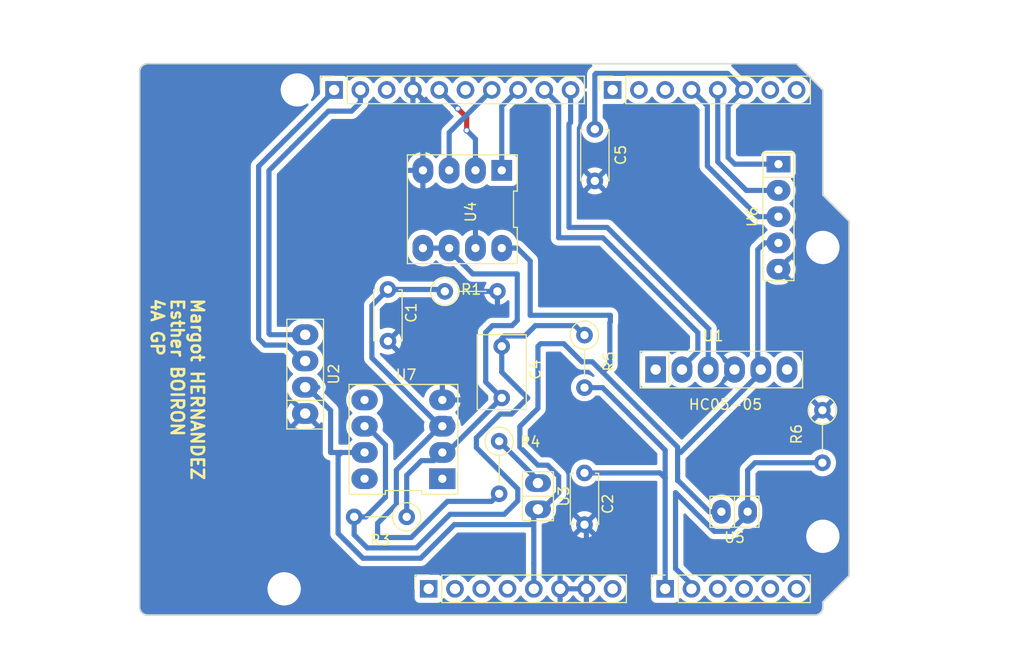
<source format=kicad_pcb>
(kicad_pcb (version 20241229) (generator "pcbnew") (generator_version "9.0")
  (title_block (date "mar. 31 mars 2015"))
  (layers (0 "F.Cu" signal) (2 "B.Cu" signal) (13 "F.Paste" user) (15 "B.Paste" user) (5 "F.SilkS" user "F.Silkscreen") (7 "B.SilkS" user "B.Silkscreen") (1 "F.Mask" user) (3 "B.Mask" user) (25 "Edge.Cuts" user))
  (net 0 "")
  (net 1 "GND")
  (net 3 "+5V")
  (net 4 "/IOREF")
  (net 5 "Net-(U7-+)")
  (net 6 "ADC")
  (net 7 "/A2")
  (net 8 "/A3")
  (net 9 "R2")
  (net 10 "Net-(U7-OUT)")
  (net 11 "CLK")
  (net 12 "SDI")
  (net 13 "/AREF")
  (net 14 "/7")
  (net 15 "SCL")
  (net 16 "CS")
  (net 17 "SCK")
  (net 18 "/TX{slash}1")
  (net 19 "RXD")
  (net 20 "SDA")
  (net 21 "TXD")
  (net 22 "/*6")
  (net 23 "/RX{slash}0")
  (net 24 "/*5")
  (net 25 "+3V3")
  (net 26 "VCC")
  (net 27 "/~{RESET}")
  (net 28 "FS")
  (net 30 "DT")
  (net 31 "SW")
  (net 32 "Net-(R4-Pad1)")
  (net 34 "/12")
  (footprint "Connector_PinSocket_2.54mm:PinSocket_1x08_P2.54mm_Vertical" (layer "F.Cu") (at 127.94 97.46 90)
    (property "Reference" "J1" (hide yes))
    (property "Value" "Power")
    (fp_line (start 1.33 -1.33) (end 1.33 0) (stroke (width 0.12)) (layer "F.SilkS"))
    (fp_line (start 0 -1.33) (end 1.33 -1.33) (stroke (width 0.12)) (layer "F.SilkS"))
    (fp_line (start 1.33 1.27) (end 1.33 19.11) (stroke (width 0.12)) (layer "F.SilkS"))
    (fp_line (start -1.33 1.27) (end 1.33 1.27) (stroke (width 0.12)) (layer "F.SilkS"))
    (fp_line (start -1.33 1.27) (end -1.33 19.11) (stroke (width 0.12)) (layer "F.SilkS"))
    (fp_line (start -1.33 19.11) (end 1.33 19.11) (stroke (width 0.12)) (layer "F.SilkS"))
    (pad "1" thru_hole rect (at 0 0 90) (size 1.7 1.7) (drill 1) (layers "*.Cu" "*.Mask"))
    (pad "2" thru_hole oval (at 0 2.54 90) (size 1.7 1.7) (drill 1) (layers "*.Cu" "*.Mask") (net 4 "/IOREF"))
    (pad "3" thru_hole oval (at 0 5.08 90) (size 1.7 1.7) (drill 1) (layers "*.Cu" "*.Mask") (net 27 "/~{RESET}"))
    (pad "4" thru_hole oval (at 0 7.62 90) (size 1.7 1.7) (drill 1) (layers "*.Cu" "*.Mask") (net 25 "+3V3"))
    (pad "5" thru_hole oval (at 0 10.16 90) (size 1.7 1.7) (drill 1) (layers "*.Cu" "*.Mask") (net 3 "+5V"))
    (pad "6" thru_hole oval (at 0 12.7 90) (size 1.7 1.7) (drill 1) (layers "*.Cu" "*.Mask") (net 1 "GND"))
    (pad "7" thru_hole oval (at 0 15.24 90) (size 1.7 1.7) (drill 1) (layers "*.Cu" "*.Mask") (net 1 "GND"))
    (pad "8" thru_hole oval (at 0 17.78 90) (size 1.7 1.7) (drill 1) (layers "*.Cu" "*.Mask") (net 26 "VCC"))
  )
  (footprint "Connector_PinSocket_2.54mm:PinSocket_1x06_P2.54mm_Vertical" (layer "F.Cu") (at 150.8 97.46 90)
    (property "Reference" "J3" (hide yes))
    (property "Value" "Analog")
    (fp_line (start 1.33 -1.33) (end 1.33 0) (stroke (width 0.12)) (layer "F.SilkS"))
    (fp_line (start 0 -1.33) (end 1.33 -1.33) (stroke (width 0.12)) (layer "F.SilkS"))
    (fp_line (start 1.33 1.27) (end 1.33 14.03) (stroke (width 0.12)) (layer "F.SilkS"))
    (fp_line (start -1.33 1.27) (end 1.33 1.27) (stroke (width 0.12)) (layer "F.SilkS"))
    (fp_line (start -1.33 1.27) (end -1.33 14.03) (stroke (width 0.12)) (layer "F.SilkS"))
    (fp_line (start -1.33 14.03) (end 1.33 14.03) (stroke (width 0.12)) (layer "F.SilkS"))
    (pad "1" thru_hole rect (at 0 0 90) (size 1.7 1.7) (drill 1) (layers "*.Cu" "*.Mask") (net 6 "ADC"))
    (pad "2" thru_hole oval (at 0 2.54 90) (size 1.7 1.7) (drill 1) (layers "*.Cu" "*.Mask") (net 28 "FS"))
    (pad "3" thru_hole oval (at 0 5.08 90) (size 1.7 1.7) (drill 1) (layers "*.Cu" "*.Mask") (net 7 "/A2"))
    (pad "4" thru_hole oval (at 0 7.62 90) (size 1.7 1.7) (drill 1) (layers "*.Cu" "*.Mask") (net 8 "/A3"))
    (pad "5" thru_hole oval (at 0 10.16 90) (size 1.7 1.7) (drill 1) (layers "*.Cu" "*.Mask") (net 20 "SDA"))
    (pad "6" thru_hole oval (at 0 12.7 90) (size 1.7 1.7) (drill 1) (layers "*.Cu" "*.Mask") (net 15 "SCL"))
  )
  (footprint "Connector_PinSocket_2.54mm:PinSocket_1x10_P2.54mm_Vertical" (layer "F.Cu") (at 118.796 49.2 90)
    (property "Reference" "J2" (hide yes))
    (property "Value" "Digital/PWM")
    (fp_line (start 1.33 -1.33) (end 1.33 0) (stroke (width 0.12)) (layer "F.SilkS"))
    (fp_line (start 0 -1.33) (end 1.33 -1.33) (stroke (width 0.12)) (layer "F.SilkS"))
    (fp_line (start 1.33 1.27) (end 1.33 24.19) (stroke (width 0.12)) (layer "F.SilkS"))
    (fp_line (start -1.33 1.27) (end 1.33 1.27) (stroke (width 0.12)) (layer "F.SilkS"))
    (fp_line (start -1.33 1.27) (end -1.33 24.19) (stroke (width 0.12)) (layer "F.SilkS"))
    (fp_line (start -1.33 24.19) (end 1.33 24.19) (stroke (width 0.12)) (layer "F.SilkS"))
    (pad "1" thru_hole rect (at 0 0 90) (size 1.7 1.7) (drill 1) (layers "*.Cu" "*.Mask") (net 15 "SCL"))
    (pad "2" thru_hole oval (at 0 2.54 90) (size 1.7 1.7) (drill 1) (layers "*.Cu" "*.Mask") (net 20 "SDA"))
    (pad "3" thru_hole oval (at 0 5.08 90) (size 1.7 1.7) (drill 1) (layers "*.Cu" "*.Mask") (net 13 "/AREF"))
    (pad "4" thru_hole oval (at 0 7.62 90) (size 1.7 1.7) (drill 1) (layers "*.Cu" "*.Mask") (net 1 "GND"))
    (pad "5" thru_hole oval (at 0 10.16 90) (size 1.7 1.7) (drill 1) (layers "*.Cu" "*.Mask") (net 17 "SCK"))
    (pad "6" thru_hole oval (at 0 12.7 90) (size 1.7 1.7) (drill 1) (layers "*.Cu" "*.Mask") (net 34 "/12"))
    (pad "7" thru_hole oval (at 0 15.24 90) (size 1.7 1.7) (drill 1) (layers "*.Cu" "*.Mask") (net 12 "SDI"))
    (pad "8" thru_hole oval (at 0 17.78 90) (size 1.7 1.7) (drill 1) (layers "*.Cu" "*.Mask") (net 16 "CS"))
    (pad "9" thru_hole oval (at 0 20.32 90) (size 1.7 1.7) (drill 1) (layers "*.Cu" "*.Mask") (net 19 "RXD"))
    (pad "10" thru_hole oval (at 0 22.86 90) (size 1.7 1.7) (drill 1) (layers "*.Cu" "*.Mask") (net 21 "TXD"))
  )
  (footprint "Connector_PinSocket_2.54mm:PinSocket_1x08_P2.54mm_Vertical" (layer "F.Cu") (at 145.72 49.2 90)
    (property "Reference" "J4" (hide yes))
    (property "Value" "Digital/PWM")
    (fp_line (start 1.33 -1.33) (end 1.33 0) (stroke (width 0.12)) (layer "F.SilkS"))
    (fp_line (start 0 -1.33) (end 1.33 -1.33) (stroke (width 0.12)) (layer "F.SilkS"))
    (fp_line (start 1.33 1.27) (end 1.33 19.11) (stroke (width 0.12)) (layer "F.SilkS"))
    (fp_line (start -1.33 1.27) (end 1.33 1.27) (stroke (width 0.12)) (layer "F.SilkS"))
    (fp_line (start -1.33 1.27) (end -1.33 19.11) (stroke (width 0.12)) (layer "F.SilkS"))
    (fp_line (start -1.33 19.11) (end 1.33 19.11) (stroke (width 0.12)) (layer "F.SilkS"))
    (pad "1" thru_hole rect (at 0 0 90) (size 1.7 1.7) (drill 1) (layers "*.Cu" "*.Mask") (net 14 "/7"))
    (pad "2" thru_hole oval (at 0 2.54 90) (size 1.7 1.7) (drill 1) (layers "*.Cu" "*.Mask") (net 22 "/*6"))
    (pad "3" thru_hole oval (at 0 5.08 90) (size 1.7 1.7) (drill 1) (layers "*.Cu" "*.Mask") (net 24 "/*5"))
    (pad "4" thru_hole oval (at 0 7.62 90) (size 1.7 1.7) (drill 1) (layers "*.Cu" "*.Mask") (net 31 "SW"))
    (pad "5" thru_hole oval (at 0 10.16 90) (size 1.7 1.7) (drill 1) (layers "*.Cu" "*.Mask") (net 30 "DT"))
    (pad "6" thru_hole oval (at 0 12.7 90) (size 1.7 1.7) (drill 1) (layers "*.Cu" "*.Mask") (net 11 "CLK"))
    (pad "7" thru_hole oval (at 0 15.24 90) (size 1.7 1.7) (drill 1) (layers "*.Cu" "*.Mask") (net 18 "/TX{slash}1"))
    (pad "8" thru_hole oval (at 0 17.78 90) (size 1.7 1.7) (drill 1) (layers "*.Cu" "*.Mask") (net 23 "/RX{slash}0"))
  )
  (footprint "librairie-empreintes:LTC1050" (layer "F.Cu") (at 125.5 83 90)
    (property "Reference" "U7" (at 6.25 0.25 0) (layer "F.SilkS"))
    (property "Value" "~")
    (fp_line (start 5.31 -5.26) (end -5.31 -5.26) (stroke (width 0.12)) (layer "F.SilkS"))
    (fp_line (start -5.31 -5.26) (end -5.31 -1.753333) (stroke (width 0.12)) (layer "F.SilkS"))
    (fp_line (start -4.95 -1.753333) (end -4.95 1.753333) (stroke (width 0.12)) (layer "F.SilkS"))
    (fp_line (start -5.31 -1.753333) (end -4.95 -1.753333) (stroke (width 0.12)) (layer "F.SilkS"))
    (fp_line (start -4.95 1.753333) (end -5.31 1.753333) (stroke (width 0.12)) (layer "F.SilkS"))
    (fp_line (start -5.31 1.753333) (end -5.31 5.26) (stroke (width 0.12)) (layer "F.SilkS"))
    (fp_line (start 5.31 5.26) (end 5.31 -5.26) (stroke (width 0.12)) (layer "F.SilkS"))
    (fp_line (start -5.31 5.26) (end 5.31 5.26) (stroke (width 0.12)) (layer "F.SilkS"))
    (pad "1" thru_hole rect (at -3.81 3.76 90) (size 2 2.54) (drill 0.8) (layers "*.Cu" "*.Mask"))
    (pad "2" thru_hole oval (at -1.27 3.76 90) (size 2 2.54) (drill 0.8) (layers "*.Cu" "*.Mask") (net 9 "R2"))
    (pad "3" thru_hole oval (at 1.27 3.76 90) (size 2 2.54) (drill 0.8) (layers "*.Cu" "*.Mask") (net 5 "Net-(U7-+)"))
    (pad "4" thru_hole oval (at 3.81 3.76 90) (size 2 2.54) (drill 0.8) (layers "*.Cu" "*.Mask") (net 1 "GND"))
    (pad "5" thru_hole oval (at 3.81 -3.76 90) (size 2 2.54) (drill 0.8) (layers "*.Cu" "*.Mask"))
    (pad "6" thru_hole oval (at 1.27 -3.76 90) (size 2 2.54) (drill 0.8) (layers "*.Cu" "*.Mask") (net 10 "Net-(U7-OUT)"))
    (pad "7" thru_hole oval (at -1.27 -3.76 90) (size 2 2.54) (drill 0.8) (layers "*.Cu" "*.Mask") (net 3 "+5V"))
    (pad "8" thru_hole oval (at -3.81 -3.76 90) (size 2 2.54) (drill 0.8) (layers "*.Cu" "*.Mask"))
  )
  (footprint "Capacitor_THT:C_Rect_L7.0mm_W4.5mm_P5.00mm" (layer "F.Cu") (at 135 79 90)
    (property "Reference" "C4" (at 2.75 3.25 90) (layer "F.SilkS"))
    (property "Value" "1u")
    (fp_line (start 6.12 -2.37) (end 6.12 2.37) (stroke (width 0.12)) (layer "F.SilkS"))
    (fp_line (start -1.12 -2.37) (end 6.12 -2.37) (stroke (width 0.12)) (layer "F.SilkS"))
    (fp_line (start -1.12 -2.37) (end -1.12 2.37) (stroke (width 0.12)) (layer "F.SilkS"))
    (fp_line (start -1.12 2.37) (end 6.12 2.37) (stroke (width 0.12)) (layer "F.SilkS"))
    (pad "1" thru_hole circle (at 0 0 90) (size 1.6 1.6) (drill 0.8) (layers "*.Cu" "*.Mask") (net 9 "R2"))
    (pad "2" thru_hole circle (at 5 0 90) (size 1.6 1.6) (drill 0.8) (layers "*.Cu" "*.Mask") (net 10 "Net-(U7-OUT)"))
  )
  (footprint "Resistor_THT:R_Axial_DIN0207_L6.3mm_D2.5mm_P5.08mm_Vertical" (layer "F.Cu") (at 129.5 68.685)
    (property "Reference" "R1" (at 2.54 -0.185 0) (layer "F.SilkS"))
    (property "Value" "100k")
    (fp_line (start 1.37 0) (end 3.98 0) (stroke (width 0.12)) (layer "F.SilkS"))
    (fp_circle (center 0 0) (end 1.37 0) (stroke (width 0.12)) (fill no) (layer "F.SilkS"))
    (pad "1" thru_hole circle (at 0 0) (size 1.6 1.6) (drill 0.8) (layers "*.Cu" "*.Mask") (net 5 "Net-(U7-+)"))
    (pad "2" thru_hole oval (at 5.08 0) (size 1.6 1.6) (drill 0.8) (layers "*.Cu" "*.Mask") (net 1 "GND"))
  )
  (footprint "librairie-empreintes:flex-sensor" (layer "F.Cu") (at 157.5 90)
    (property "Reference" "U5" (at 0 2.5 0) (layer "F.SilkS"))
    (property "Value" "~")
    (fp_line (start -2.37 -1.5) (end 2.37 -1.5) (stroke (width 0.12)) (layer "F.SilkS"))
    (fp_line (start -2.37 1.5) (end -2.37 -1.5) (stroke (width 0.12)) (layer "F.SilkS"))
    (fp_line (start 0 -1.5) (end 0 1.5) (stroke (width 0.12)) (layer "F.SilkS"))
    (fp_line (start 2.37 -1.5) (end 2.37 1.5) (stroke (width 0.12)) (layer "F.SilkS"))
    (fp_line (start 2.37 1.5) (end -2.37 1.5) (stroke (width 0.12)) (layer "F.SilkS"))
    (pad "1" thru_hole oval (at -1.27 0) (size 1.8 2.3) (drill 0.8) (layers "*.Cu" "*.Mask") (net 3 "+5V"))
    (pad "2" thru_hole oval (at 1.27 0) (size 1.8 2.3) (drill 0.8) (layers "*.Cu" "*.Mask") (net 28 "FS"))
  )
  (footprint "librairie-empreintes:HC05-05" (layer "F.Cu") (at 155.58 75.02)
    (property "Reference" "U1" (at -0.15 -2.02 0) (layer "F.SilkS"))
    (property "Value" "~")
    (fp_line (start -7.2 -0.54) (end 8.5 -0.54) (stroke (width 0.12)) (layer "F.SilkS"))
    (fp_line (start -7.2 3) (end -7.2 -0.54) (stroke (width 0.12)) (layer "F.SilkS"))
    (fp_line (start -4.43 -0.54) (end -4.43 3) (stroke (width 0.12)) (layer "F.SilkS"))
    (fp_line (start 8.5 -0.54) (end 8.5 3) (stroke (width 0.12)) (layer "F.SilkS"))
    (fp_line (start 8.5 3) (end -7.2 3) (stroke (width 0.12)) (layer "F.SilkS"))
    (fp_text user "HC05-05" (at -2.6 5.2 0) (layer "F.SilkS") (effects (justify left bottom)))
    (pad "1" thru_hole rect (at -5.7 1.23) (size 2 2.54) (drill 1) (layers "*.Cu" "*.Mask"))
    (pad "2" thru_hole oval (at -3.16 1.23) (size 2 2.54) (drill 1) (layers "*.Cu" "*.Mask") (net 19 "RXD"))
    (pad "3" thru_hole oval (at -0.62 1.23) (size 2 2.54) (drill 1) (layers "*.Cu" "*.Mask") (net 21 "TXD"))
    (pad "4" thru_hole oval (at 1.92 1.23) (size 2 2.54) (drill 1) (layers "*.Cu" "*.Mask") (net 1 "GND"))
    (pad "5" thru_hole oval (at 4.46 1.23) (size 2 2.54) (drill 1) (layers "*.Cu" "*.Mask") (net 3 "+5V"))
    (pad "6" thru_hole oval (at 7 1.23) (size 2 2.54) (drill 1) (layers "*.Cu" "*.Mask"))
  )
  (footprint "Capacitor_THT:C_Disc_D4.7mm_W2.5mm_P5.00mm" (layer "F.Cu") (at 143 86.25 -90)
    (property "Reference" "C2" (at 3 -2.25 270) (layer "F.SilkS"))
    (property "Value" "100n")
    (fp_line (start 0.03 1.37) (end 4.97 1.37) (stroke (width 0.12)) (layer "F.SilkS"))
    (fp_line (start 0.03 1.055) (end 0.03 1.37) (stroke (width 0.12)) (layer "F.SilkS"))
    (fp_line (start 4.97 1.055) (end 4.97 1.37) (stroke (width 0.12)) (layer "F.SilkS"))
    (fp_line (start 0.03 -1.37) (end 0.03 -1.055) (stroke (width 0.12)) (layer "F.SilkS"))
    (fp_line (start 0.03 -1.37) (end 4.97 -1.37) (stroke (width 0.12)) (layer "F.SilkS"))
    (fp_line (start 4.97 -1.37) (end 4.97 -1.055) (stroke (width 0.12)) (layer "F.SilkS"))
    (pad "1" thru_hole circle (at 0 0 270) (size 1.6 1.6) (drill 0.8) (layers "*.Cu" "*.Mask") (net 6 "ADC"))
    (pad "2" thru_hole circle (at 5 0 270) (size 1.6 1.6) (drill 0.8) (layers "*.Cu" "*.Mask") (net 1 "GND"))
  )
  (footprint "Arduino_MountingHole:MountingHole_3.2mm" (layer "F.Cu") (at 115.24 49.2)
    (property "Reference" "MH1" (hide yes))
    (property "Value" "MountingHole_3.2mm" (hide yes))
    (pad "" np_thru_hole circle (at 0 0) (size 3.2 3.2) (drill 3.2) (layers "*.Cu" "*.Mask"))
  )
  (footprint "Resistor_THT:R_Axial_DIN0207_L6.3mm_D2.5mm_P5.08mm_Vertical" (layer "F.Cu") (at 143 72.92 -90)
    (property "Reference" "R5" (at 2.54 -2.37 90) (layer "F.SilkS"))
    (property "Value" "1k")
    (fp_line (start 1.37 0) (end 3.98 0) (stroke (width 0.12)) (layer "F.SilkS"))
    (fp_circle (center 0 0) (end 1.37 0) (stroke (width 0.12)) (fill no) (layer "F.SilkS"))
    (pad "1" thru_hole circle (at 0 0 270) (size 1.6 1.6) (drill 0.8) (layers "*.Cu" "*.Mask") (net 10 "Net-(U7-OUT)"))
    (pad "2" thru_hole oval (at 5.08 0 270) (size 1.6 1.6) (drill 0.8) (layers "*.Cu" "*.Mask") (net 6 "ADC"))
  )
  (footprint "librairie-empreintes:MCP41050" (layer "F.Cu") (at 131.19 60.74 180)
    (property "Reference" "U4" (at -0.81 -0.26 90) (layer "F.SilkS"))
    (property "Value" "~")
    (fp_line (start 5.31 5.26) (end 5.31 -5.26) (stroke (width 0.12)) (layer "F.SilkS"))
    (fp_line (start 5.31 -5.26) (end -5.31 -5.26) (stroke (width 0.12)) (layer "F.SilkS"))
    (fp_line (start -4.95 1.753333) (end -5.31 1.753333) (stroke (width 0.12)) (layer "F.SilkS"))
    (fp_line (start -4.95 -1.753333) (end -4.95 1.753333) (stroke (width 0.12)) (layer "F.SilkS"))
    (fp_line (start -5.31 5.26) (end 5.31 5.26) (stroke (width 0.12)) (layer "F.SilkS"))
    (fp_line (start -5.31 1.753333) (end -5.31 5.26) (stroke (width 0.12)) (layer "F.SilkS"))
    (fp_line (start -5.31 -1.753333) (end -4.95 -1.753333) (stroke (width 0.12)) (layer "F.SilkS"))
    (fp_line (start -5.31 -5.26) (end -5.31 -1.753333) (stroke (width 0.12)) (layer "F.SilkS"))
    (pad "1" thru_hole rect (at -3.81 3.76 180) (size 2 2) (drill 0.8) (layers "*.Cu" "*.Mask") (net 16 "CS"))
    (pad "2" thru_hole oval (at -1.27 3.76 180) (size 2 2.54) (drill 0.8) (layers "*.Cu" "*.Mask") (net 17 "SCK"))
    (pad "3" thru_hole oval (at 1.27 3.76 180) (size 2 2.54) (drill 0.8) (layers "*.Cu" "*.Mask") (net 12 "SDI"))
    (pad "4" thru_hole oval (at 3.81 3.76 180) (size 2 2.54) (drill 0.8) (layers "*.Cu" "*.Mask") (net 1 "GND"))
    (pad "5" thru_hole oval (at 3.81 -3.76 180) (size 2 2.54) (drill 0.8) (layers "*.Cu" "*.Mask") (net 9 "R2"))
    (pad "6" thru_hole oval (at 1.27 -3.76 180) (size 2 2.54) (drill 0.8) (layers "*.Cu" "*.Mask") (net 9 "R2"))
    (pad "7" thru_hole oval (at -1.27 -3.76 180) (size 2 2.54) (drill 0.8) (layers "*.Cu" "*.Mask") (net 1 "GND"))
    (pad "8" thru_hole oval (at -3.81 -3.76 180) (size 2 2.54) (drill 0.8) (layers "*.Cu" "*.Mask") (net 3 "+5V"))
  )
  (footprint "librairie-empreintes:OLED01" (layer "F.Cu") (at 116 76.69 90)
    (property "Reference" "U2" (at 0 2.77 90) (layer "F.SilkS"))
    (property "Value" "~")
    (fp_line (start 5.31 -1.77) (end 5.31 1.77) (stroke (width 0.12)) (layer "F.SilkS"))
    (fp_line (start -2.54 -1.77) (end -2.54 1.77) (stroke (width 0.12)) (layer "F.SilkS"))
    (fp_line (start -5.31 -1.77) (end 5.31 -1.77) (stroke (width 0.12)) (layer "F.SilkS"))
    (fp_line (start 5.31 1.77) (end -5.31 1.77) (stroke (width 0.12)) (layer "F.SilkS"))
    (fp_line (start -5.31 1.77) (end -5.31 -1.77) (stroke (width 0.12)) (layer "F.SilkS"))
    (pad "1" thru_hole oval (at -3.81 0 90) (size 2 2.54) (drill 1) (layers "*.Cu" "*.Mask") (net 1 "GND"))
    (pad "2" thru_hole oval (at -1.27 0 90) (size 2 2.54) (drill 1) (layers "*.Cu" "*.Mask") (net 3 "+5V"))
    (pad "3" thru_hole oval (at 1.27 0 90) (size 2 2.54) (drill 1) (layers "*.Cu" "*.Mask") (net 15 "SCL"))
    (pad "4" thru_hole oval (at 3.81 0 90) (size 2 2.54) (drill 1) (layers "*.Cu" "*.Mask") (net 20 "SDA"))
  )
  (footprint "Resistor_THT:R_Axial_DIN0207_L6.3mm_D2.5mm_P5.08mm_Vertical" (layer "F.Cu") (at 166 80.185 -90)
    (property "Reference" "R6" (at 2.315 2.5 90) (layer "F.SilkS"))
    (property "Value" "47k")
    (fp_line (start 1.37 0) (end 3.98 0) (stroke (width 0.12)) (layer "F.SilkS"))
    (fp_circle (center 0 0) (end 1.37 0) (stroke (width 0.12)) (fill no) (layer "F.SilkS"))
    (pad "1" thru_hole circle (at 0 0 270) (size 1.6 1.6) (drill 0.8) (layers "*.Cu" "*.Mask") (net 1 "GND"))
    (pad "2" thru_hole oval (at 5.08 0 270) (size 1.6 1.6) (drill 0.8) (layers "*.Cu" "*.Mask") (net 28 "FS"))
  )
  (footprint "librairie-empreintes:graphite-sensor" (layer "F.Cu") (at 138.5 88.5 90)
    (property "Reference" "U3" (at 0 2.5 90) (layer "F.SilkS"))
    (property "Value" "~")
    (fp_line (start 2.37 -1.5) (end 2.37 1.5) (stroke (width 0.12)) (layer "F.SilkS"))
    (fp_line (start 0 -1.5) (end 0 1.5) (stroke (width 0.12)) (layer "F.SilkS"))
    (fp_line (start -2.37 -1.5) (end 2.37 -1.5) (stroke (width 0.12)) (layer "F.SilkS"))
    (fp_line (start 2.37 1.5) (end -2.37 1.5) (stroke (width 0.12)) (layer "F.SilkS"))
    (fp_line (start -2.37 1.5) (end -2.37 -1.5) (stroke (width 0.12)) (layer "F.SilkS"))
    (pad "1" thru_hole oval (at -1.27 0 90) (size 1.7 2.5) (drill 1) (layers "*.Cu" "*.Mask") (net 3 "+5V"))
    (pad "2" thru_hole oval (at 1.27 0 90) (size 1.7 2.5) (drill 1) (layers "*.Cu" "*.Mask") (net 32 "Net-(R4-Pad1)"))
  )
  (footprint "Capacitor_THT:C_Disc_D4.7mm_W2.5mm_P5.00mm" (layer "F.Cu") (at 144 53 -90)
    (property "Reference" "C5" (at 2.5 -2.5 90) (layer "F.SilkS"))
    (property "Value" "100n")
    (fp_line (start 0.03 1.37) (end 4.97 1.37) (stroke (width 0.12)) (layer "F.SilkS"))
    (fp_line (start 0.03 1.055) (end 0.03 1.37) (stroke (width 0.12)) (layer "F.SilkS"))
    (fp_line (start 4.97 1.055) (end 4.97 1.37) (stroke (width 0.12)) (layer "F.SilkS"))
    (fp_line (start 0.03 -1.37) (end 0.03 -1.055) (stroke (width 0.12)) (layer "F.SilkS"))
    (fp_line (start 0.03 -1.37) (end 4.97 -1.37) (stroke (width 0.12)) (layer "F.SilkS"))
    (fp_line (start 4.97 -1.37) (end 4.97 -1.055) (stroke (width 0.12)) (layer "F.SilkS"))
    (pad "1" thru_hole circle (at 0 0 270) (size 1.6 1.6) (drill 0.8) (layers "*.Cu" "*.Mask") (net 11 "CLK"))
    (pad "2" thru_hole circle (at 5 0 270) (size 1.6 1.6) (drill 0.8) (layers "*.Cu" "*.Mask") (net 1 "GND"))
  )
  (footprint "Resistor_THT:R_Axial_DIN0207_L6.3mm_D2.5mm_P5.08mm_Vertical" (layer "F.Cu") (at 134.75 83.185 -90)
    (property "Reference" "R4" (at 0.065 -3 180) (layer "F.SilkS"))
    (property "Value" "10k")
    (fp_line (start 1.37 0) (end 3.98 0) (stroke (width 0.12)) (layer "F.SilkS"))
    (fp_circle (center 0 0) (end 1.37 0) (stroke (width 0.12)) (fill no) (layer "F.SilkS"))
    (pad "1" thru_hole circle (at 0 0 270) (size 1.6 1.6) (drill 0.8) (layers "*.Cu" "*.Mask") (net 32 "Net-(R4-Pad1)"))
    (pad "2" thru_hole oval (at 5.08 0 270) (size 1.6 1.6) (drill 0.8) (layers "*.Cu" "*.Mask") (net 5 "Net-(U7-+)"))
  )
  (footprint "Arduino_MountingHole:MountingHole_3.2mm" (layer "F.Cu") (at 113.97 97.46)
    (property "Reference" "MH2" (hide yes))
    (property "Value" "MountingHole_3.2mm" (hide yes))
    (pad "" np_thru_hole circle (at 0 0) (size 3.2 3.2) (drill 3.2) (layers "*.Cu" "*.Mask"))
  )
  (footprint "Arduino_MountingHole:MountingHole_3.2mm" (layer "F.Cu") (at 166.04 64.44)
    (property "Reference" "MH3" (hide yes))
    (property "Value" "MountingHole_3.2mm" (hide yes))
    (pad "" np_thru_hole circle (at 0 0) (size 3.2 3.2) (drill 3.2) (layers "*.Cu" "*.Mask"))
  )
  (footprint "Capacitor_THT:C_Disc_D4.7mm_W2.5mm_P5.00mm" (layer "F.Cu") (at 124 68.5 -90)
    (property "Reference" "C1" (at 2.25 -2.25 90) (layer "F.SilkS"))
    (property "Value" "100n")
    (fp_line (start 0.03 1.37) (end 4.97 1.37) (stroke (width 0.12)) (layer "F.SilkS"))
    (fp_line (start 0.03 1.055) (end 0.03 1.37) (stroke (width 0.12)) (layer "F.SilkS"))
    (fp_line (start 4.97 1.055) (end 4.97 1.37) (stroke (width 0.12)) (layer "F.SilkS"))
    (fp_line (start 0.03 -1.37) (end 0.03 -1.055) (stroke (width 0.12)) (layer "F.SilkS"))
    (fp_line (start 0.03 -1.37) (end 4.97 -1.37) (stroke (width 0.12)) (layer "F.SilkS"))
    (fp_line (start 4.97 -1.37) (end 4.97 -1.055) (stroke (width 0.12)) (layer "F.SilkS"))
    (pad "1" thru_hole circle (at 0 0 270) (size 1.6 1.6) (drill 0.8) (layers "*.Cu" "*.Mask") (net 5 "Net-(U7-+)"))
    (pad "2" thru_hole circle (at 5 0 270) (size 1.6 1.6) (drill 0.8) (layers "*.Cu" "*.Mask") (net 1 "GND"))
  )
  (footprint "Arduino_MountingHole:MountingHole_3.2mm" (layer "F.Cu") (at 166.04 92.38)
    (property "Reference" "MH4" (hide yes))
    (property "Value" "MountingHole_3.2mm" (hide yes))
    (pad "" np_thru_hole circle (at 0 0) (size 3.2 3.2) (drill 3.2) (layers "*.Cu" "*.Mask"))
  )
  (footprint "Resistor_THT:R_Axial_DIN0207_L6.3mm_D2.5mm_P5.08mm_Vertical" (layer "F.Cu") (at 125.815 90.5 180)
    (property "Reference" "R3" (at 2.565 -2.25 0) (layer "F.SilkS"))
    (property "Value" "100k")
    (fp_line (start 1.37 0) (end 3.98 0) (stroke (width 0.12)) (layer "F.SilkS"))
    (fp_circle (center 0 0) (end 1.37 0) (stroke (width 0.12)) (fill no) (layer "F.SilkS"))
    (pad "1" thru_hole circle (at 0 0 180) (size 1.6 1.6) (drill 0.8) (layers "*.Cu" "*.Mask") (net 9 "R2"))
    (pad "2" thru_hole oval (at 5.08 0 180) (size 1.6 1.6) (drill 0.8) (layers "*.Cu" "*.Mask") (net 10 "Net-(U7-OUT)"))
  )
  (footprint "librairie-empreintes:KY-040" (layer "F.Cu") (at 161.75 61.46 -90)
    (property "Reference" "U6" (at 0 2.5 90) (layer "F.SilkS"))
    (property "Value" "~")
    (fp_line (start -6.18 1.5) (end -6.18 -1.5) (stroke (width 0.12)) (layer "F.SilkS"))
    (fp_line (start 6.18 1.5) (end -6.18 1.5) (stroke (width 0.12)) (layer "F.SilkS"))
    (fp_line (start -6.18 -1.5) (end 6.18 -1.5) (stroke (width 0.12)) (layer "F.SilkS"))
    (fp_line (start -3.81 -1.5) (end -3.81 1.5) (stroke (width 0.12)) (layer "F.SilkS"))
    (fp_line (start 6.18 -1.5) (end 6.18 1.5) (stroke (width 0.12)) (layer "F.SilkS"))
    (pad "1" thru_hole rect (at -5.08 0 270) (size 1.6 2.3) (drill 0.8) (layers "*.Cu" "*.Mask") (net 11 "CLK"))
    (pad "2" thru_hole oval (at -2.54 0 270) (size 2 2.3) (drill 0.8) (layers "*.Cu" "*.Mask") (net 30 "DT"))
    (pad "3" thru_hole oval (at 0 0 270) (size 2 2.3) (drill 0.8) (layers "*.Cu" "*.Mask") (net 31 "SW"))
    (pad "4" thru_hole oval (at 2.54 0 270) (size 2 2.3) (drill 0.8) (layers "*.Cu" "*.Mask") (net 3 "+5V"))
    (pad "5" thru_hole oval (at 5.08 0 270) (size 2 2.3) (drill 0.8) (layers "*.Cu" "*.Mask") (net 1 "GND"))
  )
  (gr_line (start 166.04 59.36) (end 168.58 61.9) (stroke (width 0.15)) (layer "Edge.Cuts"))
  (gr_line (start 100 99.238) (end 100 47.422) (stroke (width 0.15)) (layer "Edge.Cuts"))
  (gr_line (start 168.58 61.9) (end 168.58 96.19) (stroke (width 0.15)) (layer "Edge.Cuts"))
  (gr_line (start 165.278 100) (end 100.762 100) (stroke (width 0.15)) (layer "Edge.Cuts"))
  (gr_line (start 100.762 46.66) (end 163.5 46.66) (stroke (width 0.15)) (layer "Edge.Cuts"))
  (gr_arc (start 100.762 100) (mid 100.223185 99.776815) (end 100 99.238) (stroke (width 0.15)) (layer "Edge.Cuts"))
  (gr_line (start 168.58 96.19) (end 166.04 98.73) (stroke (width 0.15)) (layer "Edge.Cuts"))
  (gr_line (start 163.5 46.66) (end 166.04 49.2) (stroke (width 0.15)) (layer "Edge.Cuts"))
  (gr_arc (start 166.04 99.238) (mid 165.816815 99.776815) (end 165.278 100) (stroke (width 0.15)) (layer "Edge.Cuts"))
  (gr_line (start 166.04 49.2) (end 166.04 59.36) (stroke (width 0.15)) (layer "Edge.Cuts"))
  (gr_line (start 166.04 98.73) (end 166.04 99.238) (stroke (width 0.15)) (layer "Edge.Cuts"))
  (gr_arc (start 100 47.422) (mid 100.223185 46.883185) (end 100.762 46.66) (stroke (width 0.15)) (layer "Edge.Cuts"))
  (gr_text "Margot HERNANDEZ\nEsther BOIRON\n4A GP" (at 101 69.25 270) (layer "F.SilkS") (effects (font (size 1.2 1.2) (thickness 0.25) (bold yes)) (justify left bottom)))
  (segment (start 127.38 50.164) (end 126.416 49.2) (width 0.5) (layer "B.Cu") (net 1))
  (segment (start 127.38 56.98) (end 127.38 50.164) (width 0.5) (layer "B.Cu") (net 1))
  (segment (start 116.672 80.5) (end 116 80.5) (width 0.5) (layer "B.Cu") (net 1))
  (segment (start 143.18 91.43) (end 143 91.25) (width 0.5) (layer "B.Cu") (net 1))
  (segment (start 143.18 97.46) (end 143.18 91.43) (width 0.5) (layer "B.Cu") (net 1))
  (segment (start 152.060761 87) (end 152 87) (width 0.5) (layer "B.Cu") (net 3))
  (segment (start 121.74 84.27) (end 119.5 84.27) (width 0.5) (layer "B.Cu") (net 3))
  (segment (start 141 73.75) (end 138.752 73.75) (width 0.5) (layer "B.Cu") (net 3))
  (segment (start 138.1 91) (end 138.1 90.17) (width 0.5) (layer "B.Cu") (net 3))
  (segment (start 159.75 64.65) (end 159.75 75.96) (width 0.5) (layer "B.Cu") (net 3))
  (segment (start 156.23 90) (end 155.060761 90) (width 0.5) (layer "B.Cu") (net 3))
  (segment (start 130.413628 91.252) (end 137.848 91.252) (width 0.5) (layer "B.Cu") (net 3))
  (segment (start 138.1 95) (end 138.1 91.75) (width 0.5) (layer "B.Cu") (net 3))
  (segment (start 145.449 71.699) (end 145.449 75.801) (width 0.5) (layer "B.Cu") (net 3))
  (segment (start 145.449 71.699) (end 145.5 71.648) (width 0.5) (layer "B.Cu") (net 3))
  (segment (start 137.75 65.75) (end 136.5 64.5) (width 0.5) (layer "B.Cu") (net 3))
  (segment (start 139.434156 85.5) (end 140.501 86.566844) (width 0.5) (layer "B.Cu") (net 3))
  (segment (start 160.4 64) (end 159.75 64.65) (width 0.5) (layer "B.Cu") (net 3))
  (segment (start 119.184 84.586) (end 119.184 92.099628) (width 0.5) (layer "B.Cu") (net 3))
  (segment (start 145.5 71.648) (end 145.5 71) (width 0.5) (layer "B.Cu") (net 3))
  (segment (start 138.5 85.5) (end 139.434156 85.5) (width 0.5) (layer "B.Cu") (net 3))
  (segment (start 160.04 76.52) (end 152.31 84.25) (width 0.5) (layer "B.Cu") (net 3))
  (segment (start 138.1 91.75) (end 138.1 91) (width 0.5) (layer "B.Cu") (net 3))
  (segment (start 136.75 83.75) (end 138.5 85.5) (width 0.5) (layer "B.Cu") (net 3))
  (segment (start 152 84.25) (end 152 83.75) (width 0.5) (layer "B.Cu") (net 3))
  (segment (start 140.501 86.566844) (end 140.501 88.169) (width 0.5) (layer "B.Cu") (net 3))
  (segment (start 118.458 84.27) (end 118.458 80.211712) (width 0.5) (layer "B.Cu") (net 3))
  (segment (start 121.585372 94.501) (end 127.164628 94.501) (width 0.5) (layer "B.Cu") (net 3))
  (segment (start 152.31 84.25) (end 152 84.25) (width 0.5) (layer "B.Cu") (net 3))
  (segment (start 145.25 77) (end 144.75 76.5) (width 0.5) (layer "B.Cu") (net 3))
  (segment (start 118.458 80.211712) (end 116.206288 77.96) (width 0.5) (layer "B.Cu") (net 3))
  (segment (start 116.206288 77.96) (end 116 77.96) (width 0.5) (layer "B.Cu") (net 3))
  (segment (start 119.5 84.27) (end 118.458 84.27) (width 0.5) (layer "B.Cu") (net 3))
  (segment (start 138.1 90.17) (end 138.5 89.77) (width 0.5) (layer "B.Cu") (net 3))
  (segment (start 142.75 75.5) (end 141 73.75) (width 0.5) (layer "B.Cu") (net 3))
  (segment (start 143.75 75.5) (end 142.75 75.5) (width 0.5) (layer "B.Cu") (net 3))
  (segment (start 138.9 89.77) (end 138.5 89.77) (width 0.5) (layer "B.Cu") (net 3))
  (segment (start 136.75 81.75) (end 136.75 83.75) (width 0.5) (layer "B.Cu") (net 3))
  (segment (start 144.75 76.5) (end 143.75 75.5) (width 0.5) (layer "B.Cu") (net 3))
  (segment (start 138.501 74.001) (end 138.501 79.999) (width 0.5) (layer "B.Cu") (net 3))
  (segment (start 138.5 97.06) (end 138.1 97.46) (width 0.5) (layer "B.Cu") (net 3))
  (segment (start 152 87) (end 152 84.25) (width 0.5) (layer "B.Cu") (net 3))
  (segment (start 127.164628 94.501) (end 130.413628 91.252) (width 0.5) (layer "B.Cu") (net 3))
  (segment (start 117.23 77.96) (end 116 77.96) (width 0.5) (layer "B.Cu") (net 3))
  (segment (start 155.060761 90) (end 152.060761 87) (width 0.5) (layer "B.Cu") (net 3))
  (segment (start 140.501 88.169) (end 138.9 89.77) (width 0.5) (layer "B.Cu") (net 3))
  (segment (start 137.848 91.252) (end 138.1 91) (width 0.5) (layer "B.Cu") (net 3))
  (segment (start 136.5 64.5) (end 135 64.5) (width 0.5) (layer "B.Cu") (net 3))
  (segment (start 161.75 64) (end 160.4 64) (width 0.5) (layer "B.Cu") (net 3))
  (segment (start 159.75 75.96) (end 160.04 76.25) (width 0.5) (layer "B.Cu") (net 3))
  (segment (start 138.752 73.75) (end 138.501 74.001) (width 0.5) (layer "B.Cu") (net 3))
  (segment (start 138.1 97.46) (end 138.1 95) (width 0.5) (layer "B.Cu") (net 3))
  (segment (start 119.5 84.27) (end 119.184 84.586) (width 0.5) (layer "B.Cu") (net 3))
  (segment (start 145.449 75.801) (end 144.75 76.5) (width 0.5) (layer "B.Cu") (net 3))
  (segment (start 145.5 71) (end 137.75 71) (width 0.5) (layer "B.Cu") (net 3))
  (segment (start 137.75 71) (end 137.75 65.75) (width 0.5) (layer "B.Cu") (net 3))
  (segment (start 138.501 79.999) (end 136.75 81.75) (width 0.5) (layer "B.Cu") (net 3))
  (segment (start 152 83.75) (end 145.25 77) (width 0.5) (layer "B.Cu") (net 3))
  (segment (start 119.184 92.099628) (end 121.585372 94.501) (width 0.5) (layer "B.Cu") (net 3))
  (segment (start 160.04 76.25) (end 160.04 76.52) (width 0.5) (layer "B.Cu") (net 3))
  (segment (start 129.53 81.73) (end 129.26 81.73) (width 0.5) (layer "F.Cu") (net 5))
  (segment (start 122.449 70.051) (end 124 68.5) (width 0.5) (layer "B.Cu") (net 5))
  (segment (start 123 91.121554) (end 123 92.5) (width 0.5) (layer "B.Cu") (net 5))
  (segment (start 129.896008 82.366008) (end 129.26 81.73) (width 0.5) (layer "B.Cu") (net 5))
  (segment (start 129.053712 81.73) (end 124.814 85.969712) (width 0.5) (layer "B.Cu") (net 5))
  (segment (start 123 92.5) (end 126.25 92.5) (width 0.5) (layer "B.Cu") (net 5))
  (segment (start 124.814 89.307554) (end 123 91.121554) (width 0.5) (layer "B.Cu") (net 5))
  (segment (start 122.449 75.125288) (end 122.449 70.051) (width 0.5) (layer "B.Cu") (net 5))
  (segment (start 124 68.5) (end 129.315 68.5) (width 0.5) (layer "B.Cu") (net 5))
  (segment (start 126.25 92.5) (end 129.75 89) (width 0.5) (layer "B.Cu") (net 5))
  (segment (start 129.053712 81.73) (end 129.26 81.73) (width 0.5) (layer "B.Cu") (net 5))
  (segment (start 124.814 85.969712) (end 124.814 89.307554) (width 0.5) (layer "B.Cu") (net 5))
  (segment (start 129.315 68.5) (end 129.5 68.685) (width 0.5) (layer "B.Cu") (net 5))
  (segment (start 129.053712 81.73) (end 122.449 75.125288) (width 0.5) (layer "B.Cu") (net 5))
  (segment (start 129.26 81.73) (end 129.99 81) (width 0.5) (layer "B.Cu") (net 5))
  (segment (start 134.015 89) (end 134.75 88.265) (width 0.5) (layer "B.Cu") (net 5))
  (segment (start 129.75 89) (end 134.015 89) (width 0.5) (layer "B.Cu") (net 5))
  (segment (start 143 86.25) (end 150.3 86.25) (width 0.5) (layer "B.Cu") (net 6))
  (segment (start 150.3 86.25) (end 150.8 86.75) (width 0.5) (layer "B.Cu") (net 6))
  (segment (start 144.75 78) (end 143 78) (width 0.5) (layer "B.Cu") (net 6))
  (segment (start 150.8 97.46) (end 150.8 86.75) (width 0.5) (layer "B.Cu") (net 6))
  (segment (start 150.8 86.75) (end 150.8 84.05) (width 0.5) (layer "B.Cu") (net 6))
  (segment (start 150.8 84.05) (end 144.75 78) (width 0.5) (layer "B.Cu") (net 6))
  (segment (start 136.5 71.5) (end 136 72) (width 0.5) (layer "B.Cu") (net 9))
  (segment (start 125.815 86.483) (end 127.239 85.059) (width 0.5) (layer "B.Cu") (net 9))
  (segment (start 129.23 84.27) (end 129.26 84.27) (width 0.5) (layer "B.Cu") (net 9))
  (segment (start 125.815 90.5) (end 125.815 86.483) (width 0.5) (layer "B.Cu") (net 9))
  (segment (start 128.441 85.059) (end 129.23 84.27) (width 0.5) (layer "B.Cu") (net 9))
  (segment (start 133.449 72.653) (end 133.449 77.449) (width 0.5) (layer "B.Cu") (net 9))
  (segment (start 129.92 64.5) (end 127.38 64.5) (width 0.5) (layer "B.Cu") (net 9))
  (segment (start 127.239 85.059) (end 128.441 85.059) (width 0.5) (layer "B.Cu") (net 9))
  (segment (start 134.102 72) (end 133.449 72.653) (width 0.5) (layer "B.Cu") (net 9))
  (segment (start 136.5 67) (end 136.5 71.5) (width 0.5) (layer "B.Cu") (net 9))
  (segment (start 129.716339 84.27) (end 134.986339 79) (width 0.5) (layer "B.Cu") (net 9))
  (segment (start 129.26 84.27) (end 129.716339 84.27) (width 0.5) (layer "B.Cu") (net 9))
  (segment (start 136 72) (end 134.102 72) (width 0.5) (layer "B.Cu") (net 9))
  (segment (start 129.92 64.706288) (end 132.213712 67) (width 0.5) (layer "B.Cu") (net 9))
  (segment (start 134.986339 79) (end 135 79) (width 0.5) (layer "B.Cu") (net 9))
  (segment (start 132.213712 67) (end 136.5 67) (width 0.5) (layer "B.Cu") (net 9))
  (segment (start 129.92 64.5) (end 129.92 64.706288) (width 0.5) (layer "B.Cu") (net 9))
  (segment (start 133.449 77.449) (end 135 79) (width 0.5) (layer "B.Cu") (net 9))
  (segment (start 135.25 73) (end 137.25 73) (width 0.5) (layer "B.Cu") (net 10))
  (segment (start 132.551 83.801) (end 132.551 82.850967) (width 0.5) (layer "B.Cu") (net 10))
  (segment (start 135.949 80.551) (end 137.5 79) (width 0.5) (layer "B.Cu") (net 10))
  (segment (start 137.5 79) (end 135 76.5) (width 0.5) (layer "B.Cu") (net 10))
  (segment (start 138.249 72.001) (end 142.081 72.001) (width 0.5) (layer "B.Cu") (net 10))
  (segment (start 136.551 87.801) (end 132.551 83.801) (width 0.5) (layer "B.Cu") (net 10))
  (segment (start 123.761 83.544712) (end 123.761 88.60537) (width 0.5) (layer "B.Cu") (net 10))
  (segment (start 134.850967 80.551) (end 135.949 80.551) (width 0.5) (layer "B.Cu") (net 10))
  (segment (start 129.999 90.251) (end 135.249 90.251) (width 0.5) (layer "B.Cu") (net 10))
  (segment (start 132.551 82.850967) (end 134.850967 80.551) (width 0.5) (layer "B.Cu") (net 10))
  (segment (start 135 74) (end 135 73.25) (width 0.5) (layer "B.Cu") (net 10))
  (segment (start 121.946288 81.73) (end 121.74 81.73) (width 0.5) (layer "B.Cu") (net 10))
  (segment (start 135 73.25) (end 135.25 73) (width 0.5) (layer "B.Cu") (net 10))
  (segment (start 120.735 90.5) (end 121.86637 90.5) (width 0.5) (layer "B.Cu") (net 10))
  (segment (start 136.551 88.949) (end 136.551 87.801) (width 0.5) (layer "B.Cu") (net 10))
  (segment (start 135 76.5) (end 135 74) (width 0.5) (layer "B.Cu") (net 10))
  (segment (start 137.25 73) (end 138.249 72.001) (width 0.5) (layer "B.Cu") (net 10))
  (segment (start 126.75 93.5) (end 129.999 90.251) (width 0.5) (layer "B.Cu") (net 10))
  (segment (start 122 93.5) (end 126.75 93.5) (width 0.5) (layer "B.Cu") (net 10))
  (segment (start 121.86637 90.5) (end 123.761 88.60537) (width 0.5) (layer "B.Cu") (net 10))
  (segment (start 123.761 83.544712) (end 121.946288 81.73) (width 0.5) (layer "B.Cu") (net 10))
  (segment (start 135.249 90.251) (end 136.551 88.949) (width 0.5) (layer "B.Cu") (net 10))
  (segment (start 120.735 90.5) (end 120.735 92.235) (width 0.5) (layer "B.Cu") (net 10))
  (segment (start 142.081 72.001) (end 143 72.92) (width 0.5) (layer "B.Cu") (net 10))
  (segment (start 120.735 92.235) (end 122 93.5) (width 0.5) (layer "B.Cu") (net 10))
  (segment (start 144 47.718) (end 144.119 47.599) (width 0.5) (layer "B.Cu") (net 11))
  (segment (start 144 53) (end 144 47.718) (width 0.5) (layer "B.Cu") (net 11))
  (segment (start 156.881 50.739) (end 156.881 55.735372) (width 0.5) (layer "B.Cu") (net 11))
  (segment (start 156.881 55.735372) (end 157.525628 56.38) (width 0.5) (layer "B.Cu") (net 11))
  (segment (start 156.819 47.599) (end 158.42 49.2) (width 0.5) (layer "B.Cu") (net 11))
  (segment (start 158.42 49.2) (end 156.881 50.739) (width 0.5) (layer "B.Cu") (net 11))
  (segment (start 144.119 47.599) (end 156.819 47.599) (width 0.5) (layer "B.Cu") (net 11))
  (segment (start 157.525628 56.38) (end 161.75 56.38) (width 0.5) (layer "B.Cu") (net 11))
  (segment (start 129.92 53.316) (end 134.036 49.2) (width 0.5) (layer "B.Cu") (net 12))
  (segment (start 129.92 56.98) (end 129.92 53.316) (width 0.5) (layer "B.Cu") (net 12))
  (segment (start 118.796 49.288372) (end 111.5 56.584372) (width 0.5) (layer "B.Cu") (net 15))
  (segment (start 114.25 73.881) (end 115.789 75.42) (width 0.5) (layer "B.Cu") (net 15))
  (segment (start 118.796 49.2) (end 118.796 49.288372) (width 0.5) (layer "B.Cu") (net 15))
  (segment (start 111.5 56.584372) (end 111.5 73.25) (width 0.5) (layer "B.Cu") (net 15))
  (segment (start 115.789 75.42) (end 116 75.42) (width 0.5) (layer "B.Cu") (net 15))
  (segment (start 111.5 73.25) (end 112.131 73.881) (width 0.5) (layer "B.Cu") (net 15))
  (segment (start 112.131 73.881) (end 114.25 73.881) (width 0.5) (layer "B.Cu") (net 15))
  (segment (start 116 75.42) (end 115.92 75.5) (width 0.5) (layer "B.Cu") (net 15))
  (segment (start 135 50.776) (end 136.576 49.2) (width 0.5) (layer "B.Cu") (net 16))
  (segment (start 135 56.98) (end 135 50.776) (width 0.5) (layer "B.Cu") (net 16))
  (segment (start 131.604463 51.854463) (end 130.750537 51.000537) (width 0.5) (layer "F.Cu") (net 17))
  (segment (start 131.610463 53.110463) (end 131.610463 51.854463) (width 0.5) (layer "F.Cu") (net 17))
  (segment (start 131.610463 51.854463) (end 131.604463 51.854463) (width 0.5) (layer "F.Cu") (net 17))
  (via (at 130.750537 51.000537) (size 0.6) (drill 0.4) (layers "F.Cu" "B.Cu") (net 17))
  (via (at 131.610463 53.110463) (size 0.6) (drill 0.4) (layers "F.Cu" "B.Cu") (net 17))
  (segment (start 130.750537 51.000537) (end 130.750537 50.994537) (width 0.5) (layer "B.Cu") (net 17))
  (segment (start 132.46 53.96) (end 131.610463 53.110463) (width 0.5) (layer "B.Cu") (net 17))
  (segment (start 130.750537 50.994537) (end 128.956 49.2) (width 0.5) (layer "B.Cu") (net 17))
  (segment (start 132.46 56.98) (end 132.46 53.96) (width 0.5) (layer "B.Cu") (net 17))
  (segment (start 153.959 72.679) (end 153.959 74.504712) (width 0.5) (layer "B.Cu") (net 19))
  (segment (start 139.116 49.2) (end 140.5 50.584) (width 0.5) (layer "B.Cu") (net 19))
  (segment (start 140.5 63.5) (end 144.78 63.5) (width 0.5) (layer "B.Cu") (net 19))
  (segment (start 140.5 50.584) (end 140.5 63.5) (width 0.5) (layer "B.Cu") (net 19))
  (segment (start 153.959 74.504712) (end 152.42 76.043712) (width 0.5) (layer "B.Cu") (net 19))
  (segment (start 144.78 63.5) (end 153.959 72.679) (width 0.5) (layer "B.Cu") (net 19))
  (segment (start 152.42 76.043712) (end 152.42 76.25) (width 0.5) (layer "B.Cu") (net 19))
  (segment (start 112.62 72.88) (end 112.5 72.76) (width 0.5) (layer "B.Cu") (net 20))
  (segment (start 120.488081 51.25) (end 121.336 50.402081) (width 0.5) (layer "B.Cu") (net 20))
  (segment (start 112.5 57) (end 118.25 51.25) (width 0.5) (layer "B.Cu") (net 20))
  (segment (start 112.5 72.76) (end 112.5 57) (width 0.5) (layer "B.Cu") (net 20))
  (segment (start 116 72.88) (end 112.62 72.88) (width 0.5) (layer "B.Cu") (net 20))
  (segment (start 121.336 50.402081) (end 121.336 49.2) (width 0.5) (layer "B.Cu") (net 20))
  (segment (start 118.25 51.25) (end 120.488081 51.25) (width 0.5) (layer "B.Cu") (net 20))
  (segment (start 154.96 76.25) (end 154.96 73.32) (width 0.5) (layer "B.Cu") (net 21))
  (segment (start 155.03 73.25) (end 155.03 72.334372) (width 0.5) (layer "B.Cu") (net 21))
  (segment (start 155.03 72.334372) (end 145.195628 62.5) (width 0.5) (layer "B.Cu") (net 21))
  (segment (start 141.5 52.5) (end 141.656 52.344) (width 0.5) (layer "B.Cu") (net 21))
  (segment (start 145.195628 62.5) (end 141.5 62.5) (width 0.5) (layer "B.Cu") (net 21))
  (segment (start 154.96 73.32) (end 155.03 73.25) (width 0.5) (layer "B.Cu") (net 21))
  (segment (start 141.5 62.5) (end 141.5 52.5) (width 0.5) (layer "B.Cu") (net 21))
  (segment (start 141.656 52.344) (end 141.656 49.2) (width 0.5) (layer "B.Cu") (net 21))
  (segment (start 153.34 97.46) (end 153.34 97.039) (width 0.5) (layer "B.Cu") (net 28))
  (segment (start 157.119 91.901) (end 158.77 90.25) (width 0.5) (layer "B.Cu") (net 28))
  (segment (start 153.34 97.039) (end 151.801 95.5) (width 0.5) (layer "B.Cu") (net 28))
  (segment (start 151.801 88.155867) (end 155.546133 91.901) (width 0.5) (layer "B.Cu") (net 28))
  (segment (start 155.546133 91.901) (end 157.119 91.901) (width 0.5) (layer "B.Cu") (net 28))
  (segment (start 151.801 95.5) (end 151.801 88.155867) (width 0.5) (layer "B.Cu") (net 28))
  (segment (start 158.77 85.98) (end 159.485 85.265) (width 0.5) (layer "B.Cu") (net 28))
  (segment (start 158.77 90.25) (end 158.77 90) (width 0.5) (layer "B.Cu") (net 28))
  (segment (start 158.77 90) (end 158.77 85.98) (width 0.5) (layer "B.Cu") (net 28))
  (segment (start 166 85.265) (end 159.485 85.265) (width 0.5) (layer "B.Cu") (net 28))
  (segment (start 155.88 49.2) (end 155.88 56.15) (width 0.5) (layer "B.Cu") (net 30))
  (segment (start 158.65 58.92) (end 161.75 58.92) (width 0.5) (layer "B.Cu") (net 30))
  (segment (start 155.88 56.15) (end 158.65 58.92) (width 0.5) (layer "B.Cu") (net 30))
  (segment (start 153.34 49.2) (end 154.879 50.739) (width 0.5) (layer "B.Cu") (net 31))
  (segment (start 159.774372 61.46) (end 161.75 61.46) (width 0.5) (layer "B.Cu") (net 31))
  (segment (start 154.879 50.739) (end 154.879 56.564628) (width 0.5) (layer "B.Cu") (net 31))
  (segment (start 154.879 56.564628) (end 159.774372 61.46) (width 0.5) (layer "B.Cu") (net 31))
  (segment (start 138.5 87.23) (end 138.045 87.23) (width 0.5) (layer "B.Cu") (net 32))
  (segment (start 138.5 87.23) (end 138.5 86.935) (width 0.5) (layer "B.Cu") (net 32))
  (segment (start 138.5 86.935) (end 134.75 83.185) (width 0.5) (layer "B.Cu") (net 32))
  (zone (net 1) (net_name "GND") (layer "B.Cu") (connect_pads (clearance 0.508)) (min_thickness 0.25) (fill yes (thermal_gap 0.5) (thermal_bridge_width 0.5))
    (polygon (pts (xy 87 40.5) (xy 86.5 105.5) (xy 185.5 105) (xy 185.5 41)))
  )
)
</source>
